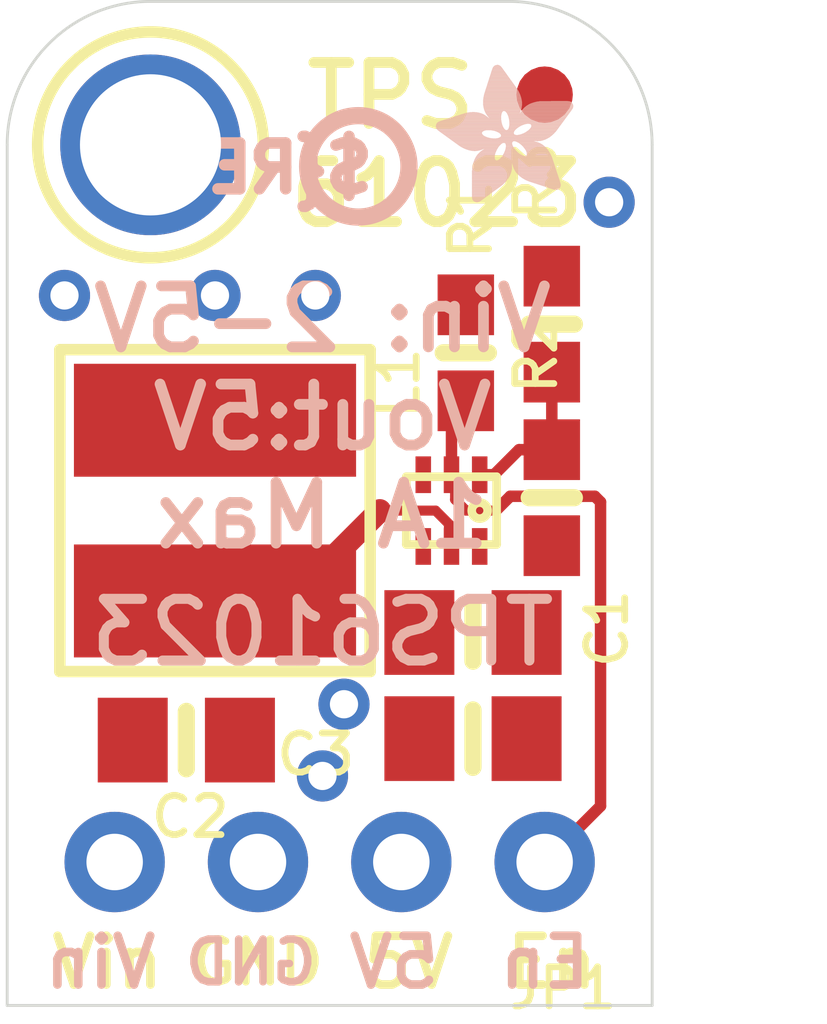
<source format=kicad_pcb>
(kicad_pcb (version 20241229) (generator "pcbnew") (generator_version "9.0")
  (layers (0 "F.Cu" signal) (2 "B.Cu" signal) (13 "F.Paste" user) (15 "B.Paste" user) (5 "F.SilkS" user "F.Silkscreen") (7 "B.SilkS" user "B.Silkscreen") (1 "F.Mask" user) (3 "B.Mask" user) (25 "Edge.Cuts" user))
  (net 0 "")
  (net 1 "GND")
  (net 2 "VIN")
  (net 3 "EN")
  (net 4 "FB")
  (net 5 "VDD")
  (net 6 "SW")
  (footprint "Adafruit TPS61023:0603-NO" (layer "F.Cu") (at 152.4381 104.902 90)
    (property "Reference" "R2" (at 1.778 0.127 90) (layer "F.SilkS") (effects (font (size 0.692831 0.692831) (thickness 0.119969)) (justify left bottom)))
    (property "Value" "732K")
    (pad "1" smd rect (at -0.85 0 90) (size 1.075 1) (layers "F.Cu" "F.Mask" "F.Paste") (net 5 "VDD"))
    (pad "2" smd rect (at 0.85 0 90) (size 1.075 1) (layers "F.Cu" "F.Mask" "F.Paste") (net 4 "FB"))
  )
  (footprint "Adafruit TPS61023:MOUNTINGHOLE_2.5_PLATED" (layer "F.Cu") (at 145.3261 98.6536)
    (property "Reference" "U$9" (hide yes))
    (property "Value" "MOUNTINGHOLE2.5" (hide yes))
    (pad "P$1" thru_hole circle (at 0 0) (size 3.2 3.2) (drill 2.5) (layers "*.Cu" "*.Mask"))
  )
  (footprint "Adafruit TPS61023:SOT563" (layer "F.Cu") (at 150.6601 105.1306 -90)
    (property "Reference" "IC1" (hide yes))
    (property "Value" "TPS61023" (hide yes))
    (pad "1" smd rect (at -0.635 -0.5 270) (size 0.65 0.275) (layers "F.Cu" "F.Mask" "F.Paste") (net 4 "FB"))
    (pad "2" smd rect (at -0.635 0 270) (size 0.65 0.275) (layers "F.Cu" "F.Mask" "F.Paste") (net 3 "EN"))
    (pad "3" smd rect (at -0.635 0.5 270) (size 0.65 0.275) (layers "F.Cu" "F.Mask" "F.Paste") (net 2 "VIN"))
    (pad "4" smd rect (at 0.635 0.5 270) (size 0.65 0.275) (layers "F.Cu" "F.Mask" "F.Paste") (net 1 "GND"))
    (pad "5" smd rect (at 0.635 0 270) (size 0.65 0.275) (layers "F.Cu" "F.Mask" "F.Paste") (net 6 "SW"))
    (pad "6" smd rect (at 0.635 -0.5 270) (size 0.65 0.275) (layers "F.Cu" "F.Mask" "F.Paste") (net 5 "VDD"))
  )
  (footprint "Adafruit TPS61023:0805-NO" (layer "F.Cu") (at 151.0411 109.1692 180)
    (property "Reference" "C3" (at 2.032 0.127 0) (layer "F.SilkS") (effects (font (size 0.692831 0.692831) (thickness 0.119969)) (justify right top)))
    (property "Value" "22uF")
    (pad "1" smd rect (at -0.95 0 180) (size 1.24 1.5) (layers "F.Cu" "F.Mask" "F.Paste") (net 5 "VDD"))
    (pad "2" smd rect (at 0.95 0 180) (size 1.24 1.5) (layers "F.Cu" "F.Mask" "F.Paste") (net 1 "GND"))
  )
  (footprint "Adafruit TPS61023:FIDUCIAL_1MM" (layer "F.Cu") (at 152.3111 97.7646)
    (property "Reference" "FID1" (hide yes))
    (property "Value" "FIDUCIAL_1MM" (hide yes))
    (pad "1" smd roundrect (at 0 0) (size 1 1) (layers "F.Cu" "F.Mask") (roundrect_rratio 0.5))
  )
  (footprint "Adafruit TPS61023:0805-NO" (layer "F.Cu") (at 145.9611 109.1946)
    (property "Reference" "C2" (at 0.8255 0.9525 0) (layer "F.SilkS") (effects (font (size 0.692831 0.692831) (thickness 0.119969)) (justify right top)))
    (property "Value" "22uF")
    (pad "1" smd rect (at -0.95 0) (size 1.24 1.5) (layers "F.Cu" "F.Mask" "F.Paste") (net 2 "VIN"))
    (pad "2" smd rect (at 0.95 0) (size 1.24 1.5) (layers "F.Cu" "F.Mask" "F.Paste") (net 1 "GND"))
  )
  (footprint "Adafruit TPS61023:0603-NO" (layer "F.Cu") (at 150.9141 102.3366 -90)
    (property "Reference" "R1" (at -3.1115 0.3175 90) (layer "F.SilkS") (effects (font (size 0.692831 0.692831) (thickness 0.119969)) (justify right top)))
    (property "Value" "100K")
    (pad "1" smd rect (at -0.85 0 270) (size 1.075 1) (layers "F.Cu" "F.Mask" "F.Paste") (net 2 "VIN"))
    (pad "2" smd rect (at 0.85 0 270) (size 1.075 1) (layers "F.Cu" "F.Mask" "F.Paste") (net 3 "EN"))
  )
  (footprint "Adafruit TPS61023:INDUCTOR_5X5MM_TDK_VLC5045" (layer "F.Cu") (at 146.4691 105.1306 -90)
    (property "Reference" "L1" (at -2.946 -2.846 90) (layer "F.SilkS") (effects (font (size 0.692831 0.692831) (thickness 0.119969)) (justify right top)))
    (property "Value" "1uH")
    (pad "P$1" smd rect (at -1.6 0 270) (size 2 5) (layers "F.Cu" "F.Mask" "F.Paste") (net 2 "VIN"))
    (pad "P$2" smd rect (at 1.6 0 270) (size 2 5) (layers "F.Cu" "F.Mask" "F.Paste") (net 6 "SW"))
  )
  (footprint "Adafruit TPS61023:0805-NO" (layer "F.Cu") (at 151.0411 107.2896 180)
    (property "Reference" "C1" (at -1.9685 0.8255 90) (layer "F.SilkS") (effects (font (size 0.692831 0.692831) (thickness 0.119969)) (justify right top)))
    (property "Value" "22uF")
    (pad "1" smd rect (at -0.95 0 180) (size 1.24 1.5) (layers "F.Cu" "F.Mask" "F.Paste") (net 5 "VDD"))
    (pad "2" smd rect (at 0.95 0 180) (size 1.24 1.5) (layers "F.Cu" "F.Mask" "F.Paste") (net 1 "GND"))
  )
  (footprint "Adafruit TPS61023:0603-NO" (layer "F.Cu") (at 152.4381 101.8286 90)
    (property "Reference" "R3" (at 1.778 0.127 90) (layer "F.SilkS") (effects (font (size 0.692831 0.692831) (thickness 0.119969)) (justify left bottom)))
    (property "Value" "100K")
    (pad "1" smd rect (at -0.85 0 90) (size 1.075 1) (layers "F.Cu" "F.Mask" "F.Paste") (net 4 "FB"))
    (pad "2" smd rect (at 0.85 0 90) (size 1.075 1) (layers "F.Cu" "F.Mask" "F.Paste") (net 1 "GND"))
  )
  (footprint "Adafruit TPS61023:1X04_ROUND" (layer "F.Cu") (at 148.5011 111.3536 180)
    (property "Reference" "JP1" (at -5.1562 -1.8288 0) (layer "F.SilkS") (effects (font (size 0.692831 0.692831) (thickness 0.119969)) (justify right top)))
    (property "Value" "")
    (pad "1" thru_hole circle (at -3.81 0 270) (size 1.778 1.778) (drill 1) (layers "*.Cu" "*.Mask") (net 3 "EN"))
    (pad "2" thru_hole circle (at -1.27 0 270) (size 1.778 1.778) (drill 1) (layers "*.Cu" "*.Mask") (net 5 "VDD"))
    (pad "3" thru_hole circle (at 1.27 0 270) (size 1.778 1.778) (drill 1) (layers "*.Cu" "*.Mask") (net 1 "GND"))
    (pad "4" thru_hole circle (at 3.81 0 270) (size 1.778 1.778) (drill 1) (layers "*.Cu" "*.Mask") (net 2 "VIN"))
  )
  (footprint "Adafruit TPS61023:PCBFEAT-REV-040" (layer "B.Cu") (at 149.0091 99.0346 180)
    (property "Reference" "U$10" (hide yes))
    (property "Value" "" (hide yes))
    (fp_text user "${REV}" (at -0.3556 -0.508 0) (layer "B.SilkS") (effects (font (size 0.8128 0.8128) (thickness 0.2032)) (justify left bottom mirror)))
  )
  (footprint "Adafruit TPS61023:ADAFRUIT_2.5MM" (layer "B.Cu") (at 152.8191 99.6696 180)
    (property "Reference" "U$11" (hide yes))
    (property "Value" "" (hide yes))
  )
  (gr_line (start 142.7861 113.8936) (end 142.7861 98.6536) (stroke (width 0.05)) (layer "Edge.Cuts"))
  (gr_arc (start 151.6761 96.1136) (mid 153.472151 96.857549) (end 154.2161 98.6536) (stroke (width 0.05)) (layer "Edge.Cuts"))
  (gr_line (start 154.2161 98.6536) (end 154.2161 113.8936) (stroke (width 0.05)) (layer "Edge.Cuts"))
  (gr_arc (start 142.7861 98.6536) (mid 143.530049 96.857549) (end 145.3261 96.1136) (stroke (width 0.05)) (layer "Edge.Cuts"))
  (gr_line (start 145.3261 96.1136) (end 151.6761 96.1136) (stroke (width 0.05)) (layer "Edge.Cuts"))
  (gr_line (start 154.2161 113.8936) (end 142.7861 113.8936) (stroke (width 0.05)) (layer "Edge.Cuts"))
  (gr_text "Vin" (at 144.5641 113.1316 0) (layer "F.SilkS") (effects (font (size 0.8636 0.8636) (thickness 0.1524))))
  (gr_text "GND" (at 147.2311 113.1316 0) (layer "F.SilkS") (effects (font (size 0.75565 0.75565) (thickness 0.13335))))
  (gr_text "En" (at 152.4381 113.1316 0) (layer "F.SilkS") (effects (font (size 0.8636 0.8636) (thickness 0.1524))))
  (gr_text "5V" (at 149.8981 113.1316 0) (layer "F.SilkS") (effects (font (size 0.8636 0.8636) (thickness 0.1524))))
  (gr_text "TPS  \n61023" (at 150.4061 98.6536 0) (layer "F.SilkS") (effects (font (size 1.0795 1.0795) (thickness 0.1905))))
  (gr_text "TPS61023" (at 148.3741 107.2896 -0) (layer "B.SilkS") (effects (font (size 1.0922 1.0922) (thickness 0.1778)) (justify mirror)))
  (gr_text "En" (at 152.3111 113.1316 -0) (layer "B.SilkS") (effects (font (size 0.8636 0.8636) (thickness 0.1524)) (justify mirror)))
  (gr_text "Vin" (at 144.4371 113.1316 -0) (layer "B.SilkS") (effects (font (size 0.8636 0.8636) (thickness 0.1524)) (justify mirror)))
  (gr_text "Vin: 2-5V\nVout:5V\n1A Max" (at 148.3741 103.4796 -0) (layer "B.SilkS") (effects (font (size 1.0795 1.0795) (thickness 0.1905)) (justify mirror)))
  (gr_text "GND" (at 147.1041 113.1316 -0) (layer "B.SilkS") (effects (font (size 0.75565 0.75565) (thickness 0.13335)) (justify mirror)))
  (gr_text "5V" (at 149.6441 113.1316 -0) (layer "B.SilkS") (effects (font (size 0.8636 0.8636) (thickness 0.1524)) (justify mirror)))
  (segment (start 150.1601 107.2206) (end 150.0911 107.2896) (width 0.254) (layer "F.Cu") (net 1))
  (via (at 148.2471 101.3206) (size 0.9064) (drill 0.5) (layers "F.Cu" "B.Cu") (net 1))
  (via (at 148.7551 108.5596) (size 0.9064) (drill 0.5) (layers "F.Cu" "B.Cu") (net 1))
  (via (at 148.3741 109.8296) (size 0.9064) (drill 0.5) (layers "F.Cu" "B.Cu") (net 1))
  (via (at 143.8021 101.3206) (size 0.9064) (drill 0.5) (layers "F.Cu" "B.Cu") (net 1))
  (via (at 146.4691 101.3206) (size 0.9064) (drill 0.5) (layers "F.Cu" "B.Cu") (net 1))
  (via (at 153.4541 99.6696) (size 0.9064) (drill 0.5) (layers "F.Cu" "B.Cu") (net 1))
  (segment (start 144.8181 109.3876) (end 145.0111 109.1946) (width 0.4064) (layer "F.Cu") (net 2))
  (segment (start 150.7236 104.5591) (end 150.7236 104.935022) (width 0.1778) (layer "F.Cu") (net 3))
  (segment (start 150.7236 104.935022) (end 150.919178 105.1306) (width 0.1778) (layer "F.Cu") (net 3))
  (segment (start 150.6601 104.4956) (end 150.7236 104.5591) (width 0.1778) (layer "F.Cu") (net 3))
  (segment (start 153.3017 104.9782) (end 153.3017 110.363) (width 0.2032) (layer "F.Cu") (net 3))
  (segment (start 150.919178 105.1306) (end 151.4475 105.1306) (width 0.1778) (layer "F.Cu") (net 3))
  (segment (start 150.6601 103.4406) (end 150.9141 103.1866) (width 0.2032) (layer "F.Cu") (net 3))
  (segment (start 150.6601 104.4956) (end 150.6601 103.4406) (width 0.2032) (layer "F.Cu") (net 3))
  (segment (start 151.4475 105.1306) (end 151.7015 104.8766) (width 0.2032) (layer "F.Cu") (net 3))
  (segment (start 153.3017 110.363) (end 152.3111 111.3536) (width 0.2032) (layer "F.Cu") (net 3))
  (segment (start 153.2001 104.8766) (end 153.3017 104.9782) (width 0.2032) (layer "F.Cu") (net 3))
  (segment (start 151.7015 104.8766) (end 153.2001 104.8766) (width 0.2032) (layer "F.Cu") (net 3))
  (segment (start 151.8577 104.052) (end 152.4381 104.052) (width 0.2032) (layer "F.Cu") (net 4))
  (segment (start 152.4381 102.6786) (end 152.4381 104.052) (width 0.2032) (layer "F.Cu") (net 4))
  (segment (start 151.8577 104.052) (end 151.4141 104.4956) (width 0.2032) (layer "F.Cu") (net 4))
  (segment (start 151.1601 104.4956) (end 151.4141 104.4956) (width 0.2032) (layer "F.Cu") (net 4))
  (segment (start 150.614381 105.366822) (end 150.614381 105.719882) (width 0.1778) (layer "F.Cu") (net 6))
  (segment (start 149.3901 105.1306) (end 148.5011 106.0196) (width 0.4064) (layer "F.Cu") (net 6))
  (segment (start 148.5011 106.5276) (end 147.1041 106.5276) (width 0.4064) (layer "F.Cu") (net 6))
  (segment (start 148.5011 106.0196) (end 148.5011 106.5276) (width 0.4064) (layer "F.Cu") (net 6))
  (segment (start 150.6601 105.7656) (end 150.614381 105.719882) (width 0.1778) (layer "F.Cu") (net 6))
  (segment (start 150.378159 105.1306) (end 149.3901 105.1306) (width 0.1778) (layer "F.Cu") (net 6))
  (segment (start 147.1041 106.5276) (end 146.9011 106.7306) (width 0.4064) (layer "F.Cu") (net 6))
  (segment (start 150.614381 105.366822) (end 150.378159 105.1306) (width 0.1778) (layer "F.Cu") (net 6))
  (segment (start 146.9011 106.7306) (end 146.4691 106.7306) (width 0.4064) (layer "F.Cu") (net 6))
)
</source>
